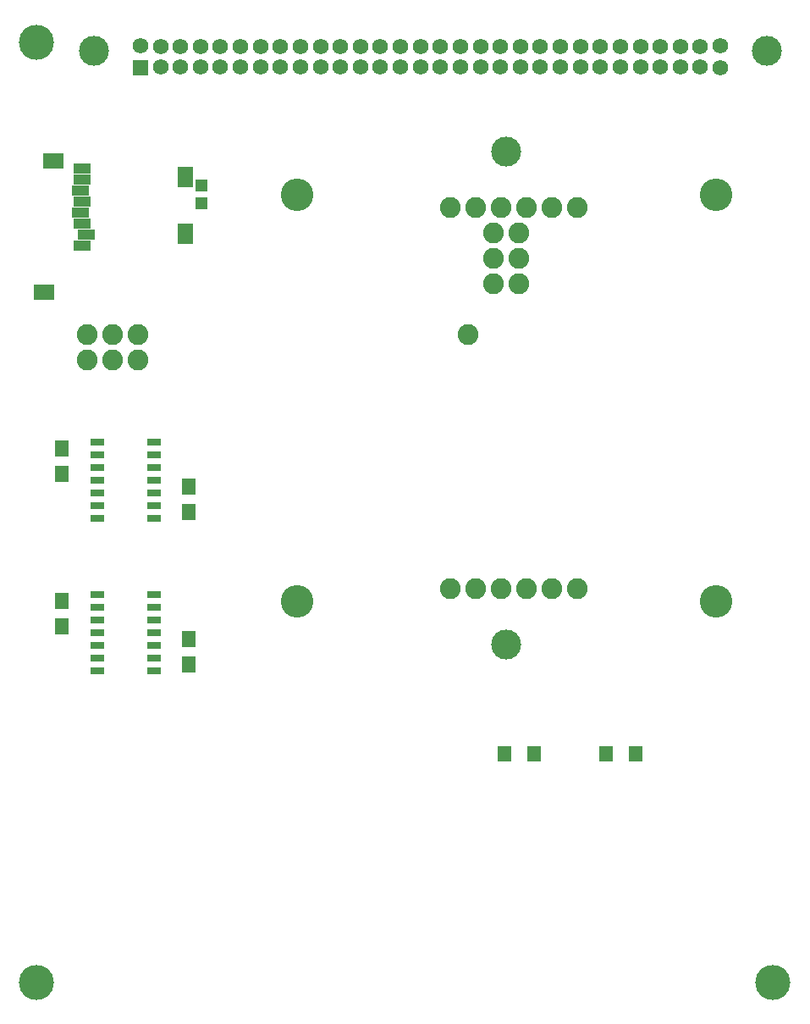
<source format=gts>
G75*
%MOIN*%
%OFA0B0*%
%FSLAX25Y25*%
%IPPOS*%
%LPD*%
%AMOC8*
5,1,8,0,0,1.08239X$1,22.5*
%
%ADD10C,0.08200*%
%ADD11C,0.12800*%
%ADD12C,0.11800*%
%ADD13R,0.06146X0.06146*%
%ADD14C,0.06146*%
%ADD15R,0.05524X0.06312*%
%ADD16C,0.13800*%
%ADD17R,0.05524X0.03162*%
%ADD18R,0.05800X0.03300*%
%ADD19R,0.06312X0.07887*%
%ADD20R,0.08280X0.06312*%
%ADD21R,0.06706X0.03950*%
%ADD22R,0.04737X0.05131*%
D10*
X0104060Y0305000D03*
X0104060Y0315000D03*
X0114060Y0315000D03*
X0114060Y0305000D03*
X0124060Y0305000D03*
X0124060Y0315000D03*
X0247060Y0365000D03*
X0257060Y0365000D03*
X0264060Y0355000D03*
X0267060Y0365000D03*
X0274060Y0355000D03*
X0277060Y0365000D03*
X0287060Y0365000D03*
X0297060Y0365000D03*
X0274060Y0345000D03*
X0274060Y0335000D03*
X0264060Y0335000D03*
X0264060Y0345000D03*
X0254060Y0315000D03*
X0257060Y0215000D03*
X0267060Y0215000D03*
X0277060Y0215000D03*
X0287060Y0215000D03*
X0297060Y0215000D03*
X0247060Y0215000D03*
D11*
X0186560Y0210000D03*
X0186560Y0370000D03*
X0351560Y0370000D03*
X0351560Y0210000D03*
D12*
X0269060Y0193000D03*
X0269060Y0387000D03*
X0371560Y0426600D03*
X0106560Y0426600D03*
D13*
X0124887Y0419921D03*
D14*
X0124887Y0428583D03*
X0132761Y0428189D03*
X0132761Y0420315D03*
X0140635Y0420315D03*
X0148509Y0420315D03*
X0148509Y0428189D03*
X0140635Y0428189D03*
X0156383Y0428189D03*
X0156383Y0420315D03*
X0164257Y0420315D03*
X0172131Y0420315D03*
X0172131Y0428189D03*
X0164257Y0428189D03*
X0180005Y0428189D03*
X0180005Y0420315D03*
X0187879Y0420315D03*
X0187879Y0428189D03*
X0195753Y0428189D03*
X0203627Y0428189D03*
X0203627Y0420315D03*
X0195753Y0420315D03*
X0211501Y0420315D03*
X0211501Y0428189D03*
X0219375Y0428189D03*
X0227249Y0428189D03*
X0227249Y0420315D03*
X0219375Y0420315D03*
X0235123Y0420315D03*
X0235123Y0428189D03*
X0242997Y0428189D03*
X0250871Y0428189D03*
X0250871Y0420315D03*
X0242997Y0420315D03*
X0258745Y0420315D03*
X0258745Y0428189D03*
X0266619Y0428189D03*
X0266619Y0420315D03*
X0274493Y0420315D03*
X0274493Y0428189D03*
X0282367Y0428189D03*
X0282367Y0420315D03*
X0290241Y0420315D03*
X0290241Y0428189D03*
X0298115Y0428189D03*
X0298115Y0420315D03*
X0305989Y0420315D03*
X0305989Y0428189D03*
X0313863Y0428189D03*
X0313863Y0420315D03*
X0321737Y0420315D03*
X0321737Y0428189D03*
X0329611Y0428189D03*
X0329611Y0420315D03*
X0337485Y0420315D03*
X0337485Y0428189D03*
X0345359Y0428189D03*
X0345359Y0420315D03*
X0353233Y0419921D03*
X0353233Y0428583D03*
D15*
X0319966Y0150000D03*
X0308154Y0150000D03*
X0279966Y0150000D03*
X0268154Y0150000D03*
D16*
X0084060Y0060000D03*
X0084060Y0430000D03*
X0374060Y0060000D03*
D17*
X0130084Y0182500D03*
X0130084Y0187500D03*
X0130084Y0192500D03*
X0130084Y0197500D03*
X0130084Y0202500D03*
X0130084Y0207500D03*
X0130084Y0212500D03*
X0108036Y0212500D03*
X0108036Y0207500D03*
X0108036Y0202500D03*
X0108036Y0197500D03*
X0108036Y0192500D03*
X0108036Y0187500D03*
X0108036Y0182500D03*
X0108036Y0242500D03*
X0108036Y0247500D03*
X0108036Y0252500D03*
X0108036Y0257500D03*
X0108036Y0262500D03*
X0108036Y0267500D03*
X0108036Y0272500D03*
X0130084Y0272500D03*
X0130084Y0267500D03*
X0130084Y0262500D03*
X0130084Y0257500D03*
X0130084Y0252500D03*
X0130084Y0247500D03*
X0130084Y0242500D03*
D18*
X0144060Y0243400D03*
X0144060Y0246600D03*
X0144060Y0253400D03*
X0144060Y0256600D03*
X0144060Y0196600D03*
X0144060Y0193400D03*
X0144060Y0186600D03*
X0144060Y0183400D03*
X0094060Y0198400D03*
X0094060Y0201600D03*
X0094060Y0208400D03*
X0094060Y0211600D03*
X0094060Y0258400D03*
X0094060Y0261600D03*
X0094060Y0268400D03*
X0094060Y0271600D03*
D19*
X0142485Y0354488D03*
X0142485Y0376929D03*
D20*
X0090714Y0383228D03*
X0086777Y0331457D03*
D21*
X0101934Y0349803D03*
X0103509Y0354134D03*
X0101934Y0358465D03*
X0101147Y0362795D03*
X0101934Y0367126D03*
X0101147Y0371457D03*
X0101934Y0375787D03*
X0101934Y0380118D03*
D22*
X0149060Y0373346D03*
X0149060Y0366654D03*
M02*

</source>
